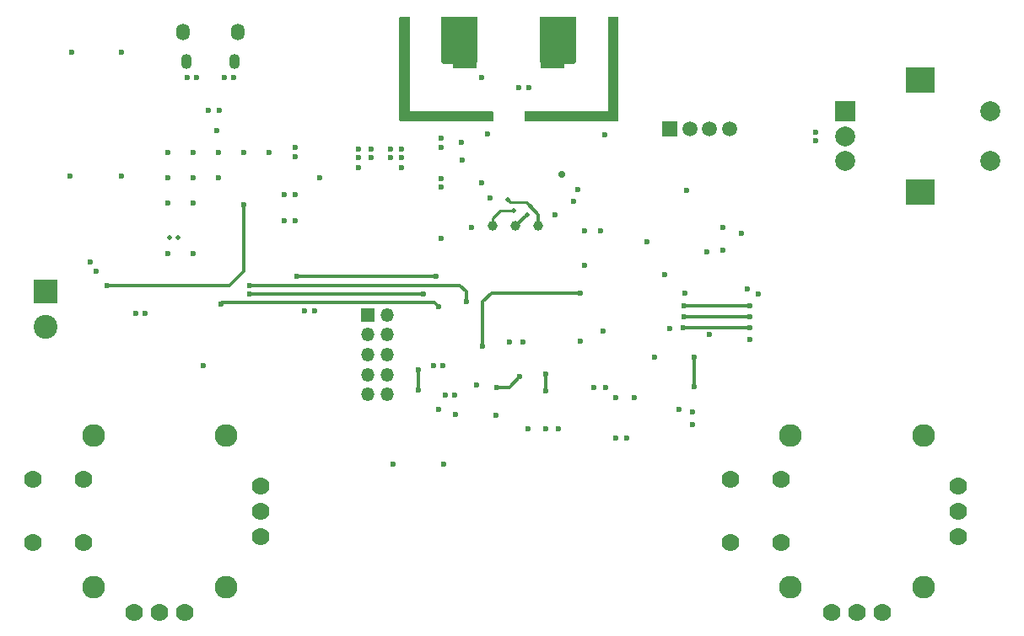
<source format=gbr>
%TF.GenerationSoftware,KiCad,Pcbnew,7.0.1*%
%TF.CreationDate,2023-10-06T11:12:28+02:00*%
%TF.ProjectId,Controller_board,436f6e74-726f-46c6-9c65-725f626f6172,rev?*%
%TF.SameCoordinates,Original*%
%TF.FileFunction,Copper,L4,Bot*%
%TF.FilePolarity,Positive*%
%FSLAX46Y46*%
G04 Gerber Fmt 4.6, Leading zero omitted, Abs format (unit mm)*
G04 Created by KiCad (PCBNEW 7.0.1) date 2023-10-06 11:12:28*
%MOMM*%
%LPD*%
G01*
G04 APERTURE LIST*
%TA.AperFunction,ComponentPad*%
%ADD10R,2.000000X2.000000*%
%TD*%
%TA.AperFunction,ComponentPad*%
%ADD11C,2.000000*%
%TD*%
%TA.AperFunction,ComponentPad*%
%ADD12R,3.000000X2.500000*%
%TD*%
%TA.AperFunction,ComponentPad*%
%ADD13O,1.350000X1.700000*%
%TD*%
%TA.AperFunction,ComponentPad*%
%ADD14O,1.100000X1.500000*%
%TD*%
%TA.AperFunction,ComponentPad*%
%ADD15C,1.778000*%
%TD*%
%TA.AperFunction,ComponentPad*%
%ADD16C,2.286000*%
%TD*%
%TA.AperFunction,ComponentPad*%
%ADD17R,1.500000X1.500000*%
%TD*%
%TA.AperFunction,ComponentPad*%
%ADD18C,1.500000*%
%TD*%
%TA.AperFunction,ComponentPad*%
%ADD19R,1.350000X1.350000*%
%TD*%
%TA.AperFunction,ComponentPad*%
%ADD20O,1.350000X1.350000*%
%TD*%
%TA.AperFunction,ComponentPad*%
%ADD21R,2.400000X2.400000*%
%TD*%
%TA.AperFunction,ComponentPad*%
%ADD22C,2.400000*%
%TD*%
%TA.AperFunction,SMDPad,CuDef*%
%ADD23R,2.413000X5.080000*%
%TD*%
%TA.AperFunction,SMDPad,CuDef*%
%ADD24C,1.000000*%
%TD*%
%TA.AperFunction,ViaPad*%
%ADD25C,0.600000*%
%TD*%
%TA.AperFunction,ViaPad*%
%ADD26C,0.700000*%
%TD*%
%TA.AperFunction,ViaPad*%
%ADD27C,0.500000*%
%TD*%
%TA.AperFunction,Conductor*%
%ADD28C,0.500000*%
%TD*%
%TA.AperFunction,Conductor*%
%ADD29C,0.300000*%
%TD*%
%TA.AperFunction,Conductor*%
%ADD30C,0.250000*%
%TD*%
G04 APERTURE END LIST*
D10*
%TO.P,SW2,A,A*%
%TO.N,ENC_A*%
X148833000Y-89829000D03*
D11*
%TO.P,SW2,B,B*%
%TO.N,ENC_B*%
X148833000Y-94829000D03*
%TO.P,SW2,C,C*%
%TO.N,-BATT*%
X148833000Y-92329000D03*
D12*
%TO.P,SW2,MP*%
%TO.N,N/C*%
X156333000Y-86729000D03*
X156333000Y-97929000D03*
D11*
%TO.P,SW2,S1,S1*%
%TO.N,ENC_BUTTON*%
X163333000Y-89829000D03*
%TO.P,SW2,S2,S2*%
%TO.N,-BATT*%
X163333000Y-94829000D03*
%TD*%
D13*
%TO.P,J1,6,Shield*%
%TO.N,unconnected-(J1-Shield-Pad6)*%
X87827000Y-81829400D03*
D14*
X87517000Y-84829400D03*
X82677000Y-84829400D03*
D13*
X82367000Y-81829400D03*
%TD*%
D15*
%TO.P,U9,B1A,SEL+*%
%TO.N,JOY2_BUTTON*%
X137300000Y-133175000D03*
%TO.P,U9,B1B*%
%TO.N,N/C*%
X137300000Y-126825000D03*
%TO.P,U9,B2A,SEL-*%
%TO.N,-BATT*%
X142380000Y-133175000D03*
%TO.P,U9,B2B*%
%TO.N,N/C*%
X142380000Y-126825000D03*
%TO.P,U9,H1,H+*%
%TO.N,+3.3V*%
X160160000Y-132540000D03*
%TO.P,U9,H2,H*%
%TO.N,JOY2_ADC_X*%
X160160000Y-130000000D03*
%TO.P,U9,H3,H-*%
%TO.N,-BATT*%
X160160000Y-127460000D03*
D16*
%TO.P,U9,S1,SHIELD*%
%TO.N,unconnected-(U9-SHIELD-PadS1)*%
X143332500Y-137620000D03*
%TO.P,U9,S2,SHIELD*%
%TO.N,unconnected-(U9-SHIELD-PadS2)*%
X156667500Y-137620000D03*
%TO.P,U9,S3,SHIELD*%
%TO.N,unconnected-(U9-SHIELD-PadS3)*%
X156667500Y-122380000D03*
%TO.P,U9,S4,SHIELD*%
%TO.N,unconnected-(U9-SHIELD-PadS4)*%
X143332500Y-122380000D03*
D15*
%TO.P,U9,V1,V+*%
%TO.N,+3.3V*%
X147460000Y-140160000D03*
%TO.P,U9,V2,V*%
%TO.N,JOY2_ADC_Y*%
X150000000Y-140160000D03*
%TO.P,U9,V3,V-*%
%TO.N,-BATT*%
X152540000Y-140160000D03*
%TD*%
D17*
%TO.P,J2,1,Pin_1*%
%TO.N,OLED_SDA*%
X131191000Y-91610000D03*
D18*
%TO.P,J2,2,Pin_2*%
%TO.N,OLED_SCL*%
X133191000Y-91610000D03*
%TO.P,J2,3,Pin_3*%
%TO.N,+3.3V*%
X135191000Y-91610000D03*
%TO.P,J2,4,Pin_4*%
%TO.N,-BATT*%
X137191000Y-91610000D03*
%TD*%
D19*
%TO.P,J3,1,Pin_1*%
%TO.N,+3.3V*%
X100854000Y-110300000D03*
D20*
%TO.P,J3,2,Pin_2*%
%TO.N,SWDIO*%
X102854000Y-110300000D03*
%TO.P,J3,3,Pin_3*%
%TO.N,-BATT*%
X100854000Y-112300000D03*
%TO.P,J3,4,Pin_4*%
%TO.N,SWCLK*%
X102854000Y-112300000D03*
%TO.P,J3,5,Pin_5*%
%TO.N,-BATT*%
X100854000Y-114300000D03*
%TO.P,J3,6,Pin_6*%
%TO.N,SWO*%
X102854000Y-114300000D03*
%TO.P,J3,7,Pin_7*%
%TO.N,unconnected-(J3-Pin_7-Pad7)*%
X100854000Y-116300000D03*
%TO.P,J3,8,Pin_8*%
%TO.N,unconnected-(J3-Pin_8-Pad8)*%
X102854000Y-116300000D03*
%TO.P,J3,9,Pin_9*%
%TO.N,-BATT*%
X100854000Y-118300000D03*
%TO.P,J3,10,Pin_10*%
%TO.N,NRST*%
X102854000Y-118300000D03*
%TD*%
D15*
%TO.P,U8,B1A,SEL+*%
%TO.N,JOY1_BUTTON*%
X67300000Y-133175000D03*
%TO.P,U8,B1B*%
%TO.N,N/C*%
X67300000Y-126825000D03*
%TO.P,U8,B2A,SEL-*%
%TO.N,-BATT*%
X72380000Y-133175000D03*
%TO.P,U8,B2B*%
%TO.N,N/C*%
X72380000Y-126825000D03*
%TO.P,U8,H1,H+*%
%TO.N,+3.3V*%
X90160000Y-132540000D03*
%TO.P,U8,H2,H*%
%TO.N,JOY1_ADC_X*%
X90160000Y-130000000D03*
%TO.P,U8,H3,H-*%
%TO.N,-BATT*%
X90160000Y-127460000D03*
D16*
%TO.P,U8,S1,SHIELD*%
%TO.N,unconnected-(U8-SHIELD-PadS1)*%
X73332500Y-137620000D03*
%TO.P,U8,S2,SHIELD*%
%TO.N,unconnected-(U8-SHIELD-PadS2)*%
X86667500Y-137620000D03*
%TO.P,U8,S3,SHIELD*%
%TO.N,unconnected-(U8-SHIELD-PadS3)*%
X86667500Y-122380000D03*
%TO.P,U8,S4,SHIELD*%
%TO.N,unconnected-(U8-SHIELD-PadS4)*%
X73332500Y-122380000D03*
D15*
%TO.P,U8,V1,V+*%
%TO.N,+3.3V*%
X77460000Y-140160000D03*
%TO.P,U8,V2,V*%
%TO.N,JOY1_ADC_Y*%
X80000000Y-140160000D03*
%TO.P,U8,V3,V-*%
%TO.N,-BATT*%
X82540000Y-140160000D03*
%TD*%
D21*
%TO.P,BT1,1,+*%
%TO.N,+BATT*%
X68518000Y-107978000D03*
D22*
%TO.P,BT1,2,-*%
%TO.N,-BATT*%
X68518000Y-111478000D03*
%TD*%
D23*
%TO.P,J4,2*%
%TO.N,-BATT*%
X110617000Y-82931000D03*
X119380000Y-82931000D03*
%TD*%
D24*
%TO.P,TP4,1,1*%
%TO.N,NRF_SCK*%
X117983000Y-101346000D03*
%TD*%
%TO.P,TP2,1,1*%
%TO.N,NRF_MOSI*%
X113411000Y-101346000D03*
%TD*%
%TO.P,TP3,1,1*%
%TO.N,NRF_MISO*%
X115697000Y-101346000D03*
%TD*%
D25*
%TO.N,-BATT*%
X107950000Y-119761000D03*
X115062000Y-113030000D03*
X84328000Y-115364500D03*
D26*
X125526800Y-83185000D03*
D25*
X121285000Y-80772000D03*
X83312000Y-93980000D03*
X103124000Y-93599000D03*
X132080000Y-119761000D03*
X94488000Y-109855000D03*
X133477000Y-121285000D03*
X83312000Y-99060000D03*
X112928400Y-92151200D03*
X121285000Y-82677000D03*
X80772000Y-99060000D03*
X73609200Y-105918000D03*
D26*
X104571800Y-87909400D03*
D25*
X108284000Y-92567000D03*
X108458000Y-125282200D03*
X113748200Y-120370600D03*
X108673600Y-118377609D03*
X127635000Y-118618000D03*
X88392000Y-93980000D03*
X136550400Y-101549200D03*
D26*
X104571800Y-85547200D03*
D25*
X111760000Y-117348000D03*
X116941600Y-121704400D03*
D26*
X106934000Y-90297000D03*
D25*
X122656600Y-105359200D03*
X76174600Y-96342200D03*
X76149200Y-83896200D03*
X108712000Y-80772000D03*
X70993000Y-96342200D03*
X112318800Y-86461600D03*
X92456000Y-98171000D03*
X93599000Y-98171000D03*
D26*
X104571800Y-83185000D03*
D25*
X116057649Y-87472360D03*
X108280200Y-97434400D03*
X85852000Y-96520000D03*
X90932000Y-93980000D03*
X119634000Y-100203000D03*
X113157000Y-98552000D03*
X138938000Y-107696000D03*
X80772000Y-96520000D03*
X132680200Y-108077000D03*
X104267000Y-94488000D03*
X117044639Y-87482536D03*
X133477000Y-120015000D03*
X111252000Y-101498400D03*
X118770400Y-121704400D03*
X83312000Y-96520000D03*
X92456000Y-100838000D03*
X124712259Y-117615721D03*
D26*
X125526800Y-80822800D03*
D25*
X124219868Y-101831556D03*
X122174000Y-112979200D03*
X135128000Y-112293400D03*
D26*
X125526800Y-90297000D03*
X104571800Y-80822800D03*
X125526800Y-85547200D03*
D25*
X80772000Y-93980000D03*
X96012000Y-96520000D03*
D26*
X104571800Y-90297000D03*
D25*
X93599000Y-100838000D03*
X85852000Y-93980000D03*
X83312000Y-104140000D03*
X103124000Y-94488000D03*
X71145400Y-83896200D03*
X139192000Y-112776000D03*
D26*
X111658400Y-90297000D03*
X109296200Y-90297000D03*
X123164600Y-90297000D03*
D25*
X125730000Y-118618000D03*
X112293400Y-97002600D03*
X85965800Y-89712800D03*
X136480896Y-103792531D03*
X124650000Y-92215200D03*
X121285000Y-84582000D03*
X83705200Y-86461600D03*
X104267000Y-95504000D03*
X108712000Y-82677000D03*
X107467400Y-115392200D03*
X95504000Y-109855000D03*
X140081000Y-108204000D03*
X134924800Y-103987600D03*
X109702600Y-120306600D03*
X108712000Y-84582000D03*
X82790800Y-86461600D03*
X116433600Y-113030000D03*
X131191000Y-111633000D03*
D26*
X120802400Y-90297000D03*
D25*
X110363000Y-94742000D03*
X121957600Y-97701600D03*
D26*
X120370600Y-96139000D03*
X118440200Y-90297000D03*
X125526800Y-87909400D03*
D25*
X80772000Y-104140000D03*
X104267000Y-93599000D03*
%TO.N,+3.3V*%
X125730000Y-122682000D03*
X110316000Y-92922600D03*
X101219000Y-93599000D03*
X123571000Y-117602000D03*
X124510800Y-111912400D03*
X120040400Y-121704400D03*
X138379200Y-102108000D03*
X108280200Y-96570800D03*
X121513600Y-98856800D03*
X108254800Y-102616000D03*
X99949000Y-93599000D03*
X145796000Y-92786200D03*
X108284000Y-93481400D03*
X99949000Y-95504000D03*
X129667000Y-114554000D03*
X126873000Y-122682000D03*
X101219000Y-94488000D03*
X145796000Y-91922600D03*
X109593159Y-118383631D03*
X128905000Y-102920800D03*
X122660372Y-101823798D03*
X99949000Y-94488000D03*
X132842000Y-97790000D03*
X130708400Y-106273600D03*
X103428800Y-125282200D03*
X108407200Y-115392200D03*
%TO.N,V_USB*%
X93599000Y-93472000D03*
X93599000Y-94361000D03*
X86524600Y-86461600D03*
X84899000Y-89712800D03*
X85725000Y-91806500D03*
X87388200Y-86461600D03*
D27*
%TO.N,+BATT*%
X80975200Y-102489000D03*
D25*
X72989255Y-105003451D03*
D27*
X81788000Y-102489000D03*
D25*
X77597000Y-110157500D03*
X78486000Y-110157500D03*
%TO.N,BATTERY_ADC*%
X110744000Y-108966000D03*
X89027000Y-107329500D03*
%TO.N,BOOT0*%
X105918000Y-117856000D03*
X105918000Y-115824000D03*
%TO.N,ENC_A*%
X139192000Y-110490000D03*
X132588000Y-110490000D03*
%TO.N,ENC_B*%
X139192000Y-109397800D03*
X132588000Y-109397800D03*
%TO.N,BUTTON_UP*%
X107696000Y-106426000D03*
X93726000Y-106426000D03*
%TO.N,ENC_BUTTON*%
X132562600Y-111607600D03*
X139192000Y-111607600D03*
%TO.N,MPU-6050_IRQ*%
X122216500Y-108077000D03*
X112395000Y-113425500D03*
%TO.N,JOY1_ADC_X*%
X116156266Y-116507734D03*
X113792000Y-117602000D03*
%TO.N,JOY2_ADC_Y*%
X118770400Y-117906800D03*
X118770400Y-116281200D03*
D27*
%TO.N,NRF_SCK*%
X114935000Y-98729800D03*
X117195600Y-99415600D03*
%TO.N,NRF_MISO*%
X116840000Y-100203000D03*
%TO.N,NRF_MOSI*%
X115510000Y-99812800D03*
D25*
%TO.N,I2C_SCL*%
X133604000Y-114554000D03*
X133604000Y-117475000D03*
%TO.N,Power_Btn*%
X89052400Y-108204000D03*
X106465900Y-108204000D03*
%TO.N,EN*%
X88392000Y-99187000D03*
X74676000Y-107315000D03*
%TO.N,KEEP_ALIVE*%
X86106000Y-109234500D03*
X107950000Y-109474000D03*
%TD*%
D28*
%TO.N,-BATT*%
X119686300Y-82550000D02*
X119381500Y-82854800D01*
X110313700Y-82550000D02*
X110618500Y-82854800D01*
D29*
%TO.N,BATTERY_ADC*%
X89027000Y-107329500D02*
X89041500Y-107315000D01*
X110109000Y-107315000D02*
X110744000Y-107950000D01*
X110744000Y-107950000D02*
X110744000Y-108966000D01*
X89041500Y-107315000D02*
X110109000Y-107315000D01*
%TO.N,BOOT0*%
X105918000Y-117856000D02*
X105918000Y-115824000D01*
%TO.N,ENC_A*%
X132588000Y-110490000D02*
X139192000Y-110490000D01*
D30*
%TO.N,ENC_B*%
X149250400Y-95246400D02*
X148833000Y-94829000D01*
D29*
X132588000Y-109397800D02*
X139192000Y-109397800D01*
%TO.N,BUTTON_UP*%
X93726000Y-106426000D02*
X107696000Y-106426000D01*
%TO.N,ENC_BUTTON*%
X132562600Y-111607600D02*
X139192000Y-111607600D01*
%TO.N,MPU-6050_IRQ*%
X112395000Y-108966000D02*
X112395000Y-113425500D01*
X122216500Y-108077000D02*
X113284000Y-108077000D01*
X113284000Y-108077000D02*
X112395000Y-108966000D01*
%TO.N,JOY1_ADC_X*%
X116156266Y-116507734D02*
X115062000Y-117602000D01*
X115062000Y-117602000D02*
X113792000Y-117602000D01*
%TO.N,JOY2_ADC_Y*%
X118770400Y-116281200D02*
X118770400Y-117906800D01*
D30*
%TO.N,NRF_SCK*%
X116789200Y-99009200D02*
X115214400Y-99009200D01*
X115214400Y-99009200D02*
X114935000Y-98729800D01*
D29*
X117983000Y-101346000D02*
X117983000Y-100203000D01*
D30*
X117195600Y-99415600D02*
X116789200Y-99009200D01*
D29*
X117983000Y-100203000D02*
X117195600Y-99415600D01*
%TO.N,NRF_MISO*%
X115697000Y-101346000D02*
X116840000Y-100203000D01*
D30*
%TO.N,NRF_MOSI*%
X115510000Y-99812800D02*
X114182200Y-99812800D01*
X114182200Y-99812800D02*
X113411000Y-100584000D01*
X113411000Y-100584000D02*
X113411000Y-101346000D01*
D29*
%TO.N,I2C_SCL*%
X133604000Y-117475000D02*
X133604000Y-114554000D01*
%TO.N,Power_Btn*%
X89052400Y-108204000D02*
X106465900Y-108204000D01*
%TO.N,EN*%
X88392000Y-105918000D02*
X86995000Y-107315000D01*
X86995000Y-107315000D02*
X74676000Y-107315000D01*
X88392000Y-99187000D02*
X88392000Y-105918000D01*
%TO.N,KEEP_ALIVE*%
X86262500Y-109078000D02*
X107554000Y-109078000D01*
X86106000Y-109234500D02*
X86262500Y-109078000D01*
X107554000Y-109078000D02*
X107950000Y-109474000D01*
%TD*%
%TA.AperFunction,Conductor*%
%TO.N,-BATT*%
G36*
X105043200Y-80317113D02*
G01*
X105088587Y-80362500D01*
X105105200Y-80424500D01*
X105105200Y-89814400D01*
X113363200Y-89814400D01*
X113425200Y-89831013D01*
X113470587Y-89876400D01*
X113487200Y-89938400D01*
X113487200Y-90706400D01*
X113470587Y-90768400D01*
X113425200Y-90813787D01*
X113363200Y-90830400D01*
X104162400Y-90830400D01*
X104100400Y-90813787D01*
X104055013Y-90768400D01*
X104038400Y-90706400D01*
X104038400Y-80424500D01*
X104055013Y-80362500D01*
X104100400Y-80317113D01*
X104162400Y-80300500D01*
X104981200Y-80300500D01*
X105043200Y-80317113D01*
G37*
%TD.AperFunction*%
%TD*%
%TA.AperFunction,Conductor*%
%TO.N,-BATT*%
G36*
X111798702Y-80318772D02*
G01*
X111844397Y-80368204D01*
X111858506Y-80395894D01*
X111870495Y-80432792D01*
X111885473Y-80527358D01*
X111887000Y-80546756D01*
X111887000Y-84680244D01*
X111885473Y-84699642D01*
X111870495Y-84794207D01*
X111858507Y-84831104D01*
X111819522Y-84907616D01*
X111796718Y-84939002D01*
X111736002Y-84999718D01*
X111704616Y-85022522D01*
X111628104Y-85061507D01*
X111591207Y-85073495D01*
X111511425Y-85086131D01*
X111496640Y-85088473D01*
X111477244Y-85090000D01*
X108613756Y-85090000D01*
X108594359Y-85088473D01*
X108575258Y-85085447D01*
X108499792Y-85073495D01*
X108462895Y-85061507D01*
X108386383Y-85022522D01*
X108354997Y-84999718D01*
X108294281Y-84939002D01*
X108271477Y-84907616D01*
X108232492Y-84831104D01*
X108220504Y-84794206D01*
X108205527Y-84699641D01*
X108204000Y-84680244D01*
X108204000Y-80546756D01*
X108205525Y-80527370D01*
X108220505Y-80432784D01*
X108232493Y-80395894D01*
X108246603Y-80368201D01*
X108292299Y-80318771D01*
X108357087Y-80300500D01*
X111733913Y-80300500D01*
X111798702Y-80318772D01*
G37*
%TD.AperFunction*%
%TD*%
%TA.AperFunction,Conductor*%
%TO.N,-BATT*%
G36*
X125972800Y-80317113D02*
G01*
X126018187Y-80362500D01*
X126034800Y-80424500D01*
X126034800Y-90706400D01*
X126018187Y-90768400D01*
X125972800Y-90813787D01*
X125910800Y-90830400D01*
X116710000Y-90830400D01*
X116648000Y-90813787D01*
X116602613Y-90768400D01*
X116586000Y-90706400D01*
X116586000Y-89938027D01*
X116602551Y-89876135D01*
X116647784Y-89830765D01*
X116709627Y-89814028D01*
X124951789Y-89789201D01*
X125018800Y-89789000D01*
X125018800Y-80424500D01*
X125035413Y-80362500D01*
X125080800Y-80317113D01*
X125142800Y-80300500D01*
X125910800Y-80300500D01*
X125972800Y-80317113D01*
G37*
%TD.AperFunction*%
%TD*%
%TA.AperFunction,Conductor*%
%TO.N,-BATT*%
G36*
X121704702Y-80318772D02*
G01*
X121750397Y-80368204D01*
X121764506Y-80395894D01*
X121776495Y-80432792D01*
X121791473Y-80527358D01*
X121793000Y-80546756D01*
X121793000Y-84680244D01*
X121791473Y-84699642D01*
X121776495Y-84794207D01*
X121764507Y-84831104D01*
X121725522Y-84907616D01*
X121702718Y-84939002D01*
X121642002Y-84999718D01*
X121610616Y-85022522D01*
X121534104Y-85061507D01*
X121497207Y-85073495D01*
X121417425Y-85086131D01*
X121402640Y-85088473D01*
X121383244Y-85090000D01*
X118519756Y-85090000D01*
X118500359Y-85088473D01*
X118481258Y-85085447D01*
X118405792Y-85073495D01*
X118368895Y-85061507D01*
X118292383Y-85022522D01*
X118260997Y-84999718D01*
X118200281Y-84939002D01*
X118177477Y-84907616D01*
X118138492Y-84831104D01*
X118126504Y-84794206D01*
X118111527Y-84699641D01*
X118110000Y-84680244D01*
X118110000Y-80546756D01*
X118111525Y-80527370D01*
X118126505Y-80432784D01*
X118138493Y-80395894D01*
X118152603Y-80368201D01*
X118198299Y-80318771D01*
X118263087Y-80300500D01*
X121639913Y-80300500D01*
X121704702Y-80318772D01*
G37*
%TD.AperFunction*%
%TD*%
M02*

</source>
